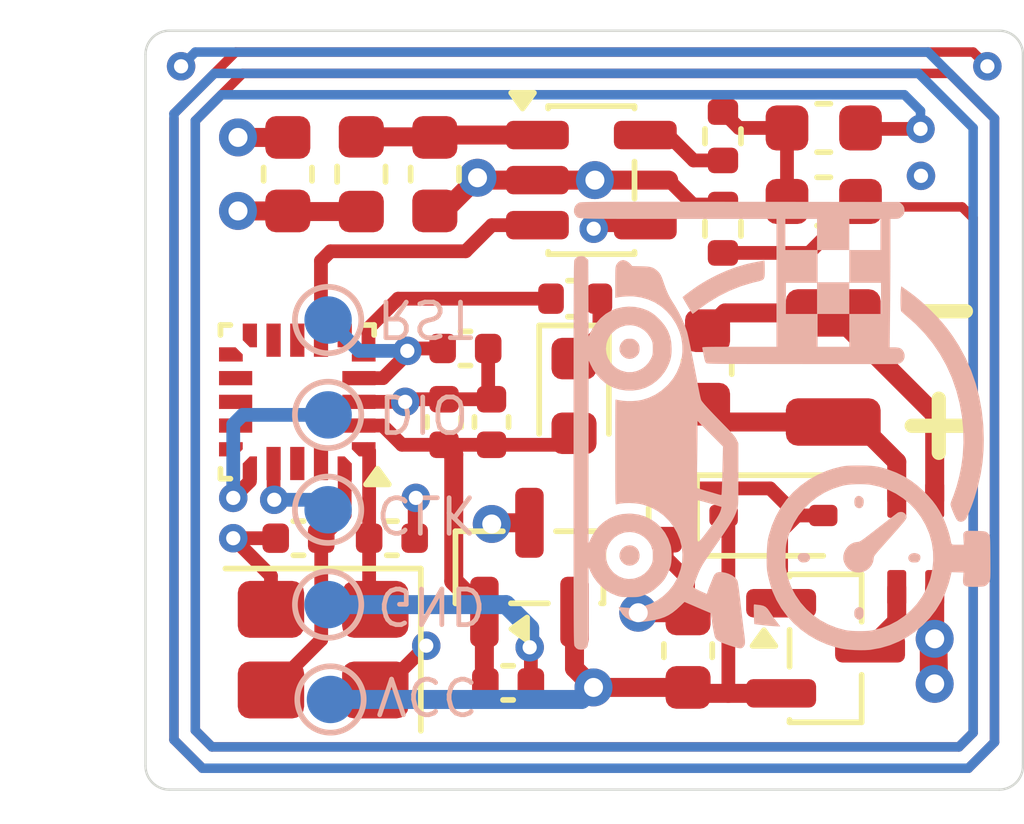
<source format=kicad_pcb>
(kicad_pcb (version 20241229) (generator "pcbnew") (generator_version "9.0")
  (layers (0 "F.Cu" signal) (4 "In1.Cu" power) (6 "In2.Cu" power) (2 "B.Cu" signal) (13 "F.Paste" user) (15 "B.Paste" user) (5 "F.SilkS" user "F.Silkscreen") (7 "B.SilkS" user "B.Silkscreen") (1 "F.Mask" user) (3 "B.Mask" user) (25 "Edge.Cuts" user))
  (net 0 "")
  (net 1 "GND")
  (net 2 "/~{RST}")
  (net 3 "+3.3V")
  (net 4 "/VIN-")
  (net 5 "/VIN+")
  (net 6 "VDDA")
  (net 7 "Net-(U3-OUT)")
  (net 8 "/~{BLINKY}")
  (net 9 "/ANT_IN")
  (net 10 "Net-(U1-PC14)")
  (net 11 "Net-(U1-PC15)")
  (net 12 "/SWDIO")
  (net 13 "/SWCLK")
  (net 23 "Net-(C11-Pad1)")
  (net 24 "/revpol_gate")
  (net 25 "/V_PUSHPULL")
  (net 26 "/VFILT+")
  (net 27 "Net-(D1-K)")
  (net 30 "/ANTENNA_LOOP")
  (footprint "Crystal:Crystal_SMD_3225-4Pin_3.2x2.5mm" (layer "F.Cu") (at 98.245 112.55 180)
    (property "Reference" "Y1" (hide yes))
    (property "Value" "20 MHz")
    (pad "1" smd roundrect (at -1.1 0.85 180) (size 1.4 1.2) (layers "F.Cu" "F.Mask" "F.Paste") (roundrect_rratio 0.208333) (net 11 "Net-(U1-PC15)"))
    (pad "2" smd roundrect (at 1.1 0.85 180) (size 1.4 1.2) (layers "F.Cu" "F.Mask" "F.Paste") (roundrect_rratio 0.208333) (net 1 "GND"))
    (pad "3" smd roundrect (at 1.1 -0.85 180) (size 1.4 1.2) (layers "F.Cu" "F.Mask" "F.Paste") (roundrect_rratio 0.208333) (net 10 "Net-(U1-PC14)"))
    (pad "4" smd roundrect (at -1.1 -0.85 180) (size 1.4 1.2) (layers "F.Cu" "F.Mask" "F.Paste") (roundrect_rratio 0.208333) (net 1 "GND"))
  )
  (footprint "footprints:ACM2012" (layer "F.Cu") (at 110.739 110.321 -90)
    (property "Reference" "FL1" (hide yes))
    (property "Value" "TDK ACM2012")
    (pad "1" smd roundrect (at -0.925 -0.4 270) (size 0.75 0.4) (layers "F.Cu" "F.Mask" "F.Paste") (roundrect_rratio 0.15) (net 4 "/VIN-"))
    (pad "2" smd roundrect (at -0.925 0.4 270) (size 0.75 0.4) (layers "F.Cu" "F.Mask" "F.Paste") (roundrect_rratio 0.15) (net 5 "/VIN+"))
    (pad "3" smd roundrect (at 0.925 0.4 270) (size 0.75 0.4) (layers "F.Cu" "F.Mask" "F.Paste") (roundrect_rratio 0.15) (net 26 "/VFILT+"))
    (pad "4" smd roundrect (at 0.925 -0.4 270) (size 0.75 0.4) (layers "F.Cu" "F.Mask" "F.Paste") (roundrect_rratio 0.15) (net 1 "GND"))
  )
  (footprint "Package_TO_SOT_SMD:SOT-23" (layer "F.Cu") (at 108.839 112.521)
    (property "Reference" "Q1" (hide yes))
    (property "Value" "AO3401A")
    (pad "1" smd roundrect (at -0.9375 -0.95) (size 1.475 0.6) (layers "F.Cu" "F.Mask" "F.Paste") (net 24 "/revpol_gate"))
    (pad "2" smd roundrect (at -0.9375 0.95) (size 1.475 0.6) (layers "F.Cu" "F.Mask" "F.Paste") (net 6 "VDDA"))
    (pad "3" smd roundrect (at 0.9375 0) (size 1.475 0.6) (layers "F.Cu" "F.Mask" "F.Paste") (net 26 "/VFILT+"))
  )
  (footprint "Capacitor_SMD:C_0402_1005Metric" (layer "F.Cu") (at 102.145 113.25)
    (property "Reference" "C9" (hide yes))
    (property "Value" "10u")
    (pad "1" smd roundrect (at -0.48 0) (size 0.56 0.62) (layers "F.Cu" "F.Mask" "F.Paste") (net 3 "+3.3V"))
    (pad "2" smd roundrect (at 0.48 0) (size 0.56 0.62) (layers "F.Cu" "F.Mask" "F.Paste") (net 1 "GND"))
  )
  (footprint "Connector_Wire:SolderWirePad_1x01_SMD_1x2mm" (layer "F.Cu") (at 109 105.45 90)
    (property "Reference" "J2" (hide yes))
    (property "Value" "V-")
    (pad "1" smd roundrect (at 0 0 90) (size 1 2) (layers "F.Cu" "F.Mask") (net 4 "/VIN-"))
  )
  (footprint "Capacitor_SMD:C_0402_1005Metric" (layer "F.Cu") (at 101.245 106.2)
    (property "Reference" "C2" (hide yes))
    (property "Value" "100n")
    (pad "1" smd roundrect (at -0.48 0) (size 0.56 0.62) (layers "F.Cu" "F.Mask" "F.Paste") (net 2 "/~{RST}"))
    (pad "2" smd roundrect (at 0.48 0) (size 0.56 0.62) (layers "F.Cu" "F.Mask" "F.Paste") (net 1 "GND"))
  )
  (footprint "Capacitor_SMD:C_0402_1005Metric" (layer "F.Cu") (at 100.795 107.75 -90)
    (property "Reference" "C3" (hide yes))
    (property "Value" "100n")
    (pad "1" smd roundrect (at -0.48 0 270) (size 0.56 0.62) (layers "F.Cu" "F.Mask" "F.Paste") (net 1 "GND"))
    (pad "2" smd roundrect (at 0.48 0 270) (size 0.56 0.62) (layers "F.Cu" "F.Mask" "F.Paste") (net 3 "+3.3V"))
  )
  (footprint "Capacitor_SMD:C_0402_1005Metric" (layer "F.Cu") (at 99.695 110.2 180)
    (property "Reference" "C5" (hide yes))
    (property "Value" "20p")
    (pad "1" smd roundrect (at -0.48 0 180) (size 0.56 0.62) (layers "F.Cu" "F.Mask" "F.Paste") (net 1 "GND"))
    (pad "2" smd roundrect (at 0.48 0 180) (size 0.56 0.62) (layers "F.Cu" "F.Mask" "F.Paste") (net 11 "Net-(U1-PC15)"))
  )
  (footprint "Resistor_SMD:R_0402_1005Metric" (layer "F.Cu") (at 103.56 105.15)
    (property "Reference" "R5" (hide yes))
    (property "Value" "220")
    (pad "1" smd roundrect (at -0.51 0) (size 0.54 0.64) (layers "F.Cu" "F.Mask" "F.Paste") (net 8 "/~{BLINKY}"))
    (pad "2" smd roundrect (at 0.51 0) (size 0.54 0.64) (layers "F.Cu" "F.Mask" "F.Paste") (net 27 "Net-(D1-K)"))
  )
  (footprint "Package_TO_SOT_SMD:SOT-23" (layer "F.Cu") (at 102.595 110.8125 90)
    (property "Reference" "U4" (hide yes))
    (property "Value" "TLV760xx")
    (pad "1" smd roundrect (at -0.9375 -0.95 90) (size 1.475 0.6) (layers "F.Cu" "F.Mask" "F.Paste") (net 3 "+3.3V"))
    (pad "2" smd roundrect (at -0.9375 0.95 90) (size 1.475 0.6) (layers "F.Cu" "F.Mask" "F.Paste") (net 6 "VDDA"))
    (pad "3" smd roundrect (at 0.9375 0 90) (size 1.475 0.6) (layers "F.Cu" "F.Mask" "F.Paste") (net 1 "GND"))
  )
  (footprint "Inductor_SMD:L_0603_1608Metric" (layer "F.Cu") (at 99.05 102.525 90)
    (property "Reference" "L1" (hide yes))
    (property "Value" "68n")
    (pad "1" smd roundrect (at -0.7875 0 90) (size 0.875 0.95) (layers "F.Cu" "F.Mask" "F.Paste") (net 6 "VDDA"))
    (pad "2" smd roundrect (at 0.7875 0 90) (size 0.875 0.95) (layers "F.Cu" "F.Mask" "F.Paste") (net 25 "/V_PUSHPULL"))
  )
  (footprint "Diode_SMD:D_SOD-323" (layer "F.Cu") (at 107.739 109.721)
    (property "Reference" "D2" (hide yes))
    (property "Value" "9.1V")
    (pad "1" smd roundrect (at -1.05 0) (size 0.6 0.45) (layers "F.Cu" "F.Mask" "F.Paste") (net 6 "VDDA"))
    (pad "2" smd roundrect (at 1.05 0) (size 0.6 0.45) (layers "F.Cu" "F.Mask" "F.Paste") (net 24 "/revpol_gate"))
  )
  (footprint "Capacitor_SMD:C_0603_1608Metric" (layer "F.Cu") (at 105.939 112.571 90)
    (property "Reference" "C7" (hide yes))
    (property "Value" "4.7u/16V")
    (pad "1" smd roundrect (at -0.775 0 90) (size 0.9 0.95) (layers "F.Cu" "F.Mask" "F.Paste") (net 6 "VDDA"))
    (pad "2" smd roundrect (at 0.775 0 90) (size 0.9 0.95) (layers "F.Cu" "F.Mask" "F.Paste") (net 1 "GND"))
  )
  (footprint "Capacitor_SMD:C_0603_1608Metric" (layer "F.Cu") (at 106.35 106.6 90)
    (property "Reference" "C8" (hide yes))
    (property "Value" "4.7u/16V")
    (pad "1" smd roundrect (at -0.775 0 90) (size 0.9 0.95) (layers "F.Cu" "F.Mask" "F.Paste") (net 5 "/VIN+"))
    (pad "2" smd roundrect (at 0.775 0 90) (size 0.9 0.95) (layers "F.Cu" "F.Mask" "F.Paste") (net 4 "/VIN-"))
  )
  (footprint "Package_TO_SOT_SMD:SOT-23-5" (layer "F.Cu") (at 103.9 102.65)
    (property "Reference" "U3" (hide yes))
    (property "Value" "UCC27517DBV")
    (pad "1" smd roundrect (at -1.1375 -0.95) (size 1.325 0.6) (layers "F.Cu" "F.Mask" "F.Paste") (net 25 "/V_PUSHPULL"))
    (pad "2" smd roundrect (at -1.1375 0) (size 1.325 0.6) (layers "F.Cu" "F.Mask" "F.Paste") (net 1 "GND"))
    (pad "3" smd roundrect (at -1.1375 0.95) (size 1.325 0.6) (layers "F.Cu" "F.Mask" "F.Paste") (net 9 "/ANT_IN"))
    (pad "4" smd roundrect (at 1.1375 0.95) (size 1.325 0.6) (layers "F.Cu" "F.Mask" "F.Paste") (net 1 "GND"))
    (pad "5" smd roundrect (at 1.1375 -0.95) (size 1.325 0.6) (layers "F.Cu" "F.Mask" "F.Paste") (net 7 "Net-(U3-OUT)"))
  )
  (footprint "Capacitor_SMD:C_0603_1608Metric" (layer "F.Cu") (at 97.5 102.525 90)
    (property "Reference" "C10" (hide yes))
    (property "Value" "4.7u/16V")
    (pad "1" smd roundrect (at -0.775 0 90) (size 0.9 0.95) (layers "F.Cu" "F.Mask" "F.Paste") (net 6 "VDDA"))
    (pad "2" smd roundrect (at 0.775 0 90) (size 0.9 0.95) (layers "F.Cu" "F.Mask" "F.Paste") (net 1 "GND"))
  )
  (footprint "Resistor_SMD:R_0402_1005Metric" (layer "F.Cu") (at 106.675 103.675 -90)
    (property "Reference" "R3" (hide yes))
    (property "Value" "0")
    (pad "1" smd roundrect (at -0.51 0 270) (size 0.54 0.64) (layers "F.Cu" "F.Mask" "F.Paste") (net 1 "GND"))
    (pad "2" smd roundrect (at 0.51 0 270) (size 0.54 0.64) (layers "F.Cu" "F.Mask" "F.Paste") (net 30 "/ANTENNA_LOOP"))
  )
  (footprint "Capacitor_SMD:C_0603_1608Metric" (layer "F.Cu") (at 108.8 101.55 180)
    (property "Reference" "C6" (hide yes))
    (property "Value" "470p")
    (pad "1" smd roundrect (at -0.775 0 180) (size 0.9 0.95) (layers "F.Cu" "F.Mask" "F.Paste") (net 30 "/ANTENNA_LOOP"))
    (pad "2" smd roundrect (at 0.775 0 180) (size 0.9 0.95) (layers "F.Cu" "F.Mask" "F.Paste") (net 23 "Net-(C11-Pad1)"))
  )
  (footprint "Capacitor_SMD:C_0603_1608Metric" (layer "F.Cu") (at 100.6 102.525 -90)
    (property "Reference" "C1" (hide yes))
    (property "Value" "4.7u/16V")
    (pad "1" smd roundrect (at -0.775 0 270) (size 0.9 0.95) (layers "F.Cu" "F.Mask" "F.Paste") (net 25 "/V_PUSHPULL"))
    (pad "2" smd roundrect (at 0.775 0 270) (size 0.9 0.95) (layers "F.Cu" "F.Mask" "F.Paste") (net 1 "GND"))
  )
  (footprint "Capacitor_SMD:C_0603_1608Metric" (layer "F.Cu") (at 108.8 103.1)
    (property "Reference" "C11" (hide yes))
    (property "Value" "680p")
    (pad "1" smd roundrect (at -0.775 0) (size 0.9 0.95) (layers "F.Cu" "F.Mask" "F.Paste") (net 23 "Net-(C11-Pad1)"))
    (pad "2" smd roundrect (at 0.775 0) (size 0.9 0.95) (layers "F.Cu" "F.Mask" "F.Paste") (net 30 "/ANTENNA_LOOP"))
  )
  (footprint "Resistor_SMD:R_0402_1005Metric" (layer "F.Cu") (at 106.675 101.725 90)
    (property "Reference" "R2" (hide yes))
    (property "Value" "22")
    (pad "1" smd roundrect (at -0.51 0 90) (size 0.54 0.64) (layers "F.Cu" "F.Mask" "F.Paste") (net 7 "Net-(U3-OUT)"))
    (pad "2" smd roundrect (at 0.51 0 90) (size 0.54 0.64) (layers "F.Cu" "F.Mask" "F.Paste") (net 23 "Net-(C11-Pad1)"))
  )
  (footprint "LED_SMD:LED_0603_1608Metric" (layer "F.Cu") (at 103.535 107.2 -90)
    (property "Reference" "D1" (hide yes))
    (property "Value" "LED")
    (pad "1" smd roundrect (at -0.7875 0 270) (size 0.875 0.95) (layers "F.Cu" "F.Mask" "F.Paste") (net 27 "Net-(D1-K)"))
    (pad "2" smd roundrect (at 0.7875 0 270) (size 0.875 0.95) (layers "F.Cu" "F.Mask" "F.Paste") (net 3 "+3.3V"))
  )
  (footprint "Capacitor_SMD:C_0402_1005Metric" (layer "F.Cu") (at 97.725 110.2)
    (property "Reference" "C4" (hide yes))
    (property "Value" "20p")
    (pad "1" smd roundrect (at -0.48 0) (size 0.56 0.62) (layers "F.Cu" "F.Mask" "F.Paste") (net 1 "GND"))
    (pad "2" smd roundrect (at 0.48 0) (size 0.56 0.62) (layers "F.Cu" "F.Mask" "F.Paste") (net 10 "Net-(U1-PC14)"))
  )
  (footprint "Connector_Wire:SolderWirePad_1x01_SMD_1x2mm" (layer "F.Cu") (at 109 107.75 90)
    (property "Reference" "J1" (hide yes))
    (property "Value" "V+")
    (pad "1" smd roundrect (at 0 0 90) (size 1 2) (layers "F.Cu" "F.Mask") (net 5 "/VIN+"))
  )
  (footprint "Resistor_SMD:R_0402_1005Metric" (layer "F.Cu") (at 105.489 109.721 90)
    (property "Reference" "R1" (hide yes))
    (property "Value" "220")
    (pad "1" smd roundrect (at -0.51 0 90) (size 0.54 0.64) (layers "F.Cu" "F.Mask" "F.Paste") (net 1 "GND"))
    (pad "2" smd roundrect (at 0.51 0 90) (size 0.54 0.64) (layers "F.Cu" "F.Mask" "F.Paste") (net 24 "/revpol_gate"))
  )
  (footprint "Capacitor_SMD:C_0402_1005Metric" (layer "F.Cu") (at 101.795 107.75 90)
    (property "Reference" "C12" (hide yes))
    (property "Value" "10u")
    (pad "1" smd roundrect (at -0.48 0 90) (size 0.56 0.62) (layers "F.Cu" "F.Mask" "F.Paste") (net 3 "+3.3V"))
    (pad "2" smd roundrect (at 0.48 0 90) (size 0.56 0.62) (layers "F.Cu" "F.Mask" "F.Paste") (net 1 "GND"))
  )
  (footprint "Package_DFN_QFN:ST_UFQFPN-20_3x3mm_P0.5mm" (layer "F.Cu") (at 97.7 107.325 180)
    (property "Reference" "U1" (hide yes))
    (property "Value" "STM32C011F4Ux")
    (pad "1" smd custom (at -1.475 -1 180) (size 0.35 0.3) (layers "F.Cu" "F.Mask" "F.Paste") (net 11 "Net-(U1-PC15)") (options (clearance outline) (anchor rect)) (primitives (gr_poly (pts (xy 0.325 0) (xy 0.325 0.15) (xy 0.175 0.15) (xy 0.175 -0.15)) (width 0) (fill yes))))
    (pad "2" smd rect (at -1.3 -0.5 180) (size 0.7 0.3) (layers "F.Cu" "F.Mask" "F.Paste") (net 3 "+3.3V"))
    (pad "3" smd rect (at -1.3 0 180) (size 0.7 0.3) (layers "F.Cu" "F.Mask" "F.Paste") (net 1 "GND"))
    (pad "4" smd rect (at -1.3 0.5 180) (size 0.7 0.3) (layers "F.Cu" "F.Mask" "F.Paste") (net 2 "/~{RST}"))
    (pad "5" smd custom (at -1.475 1 180) (size 0.35 0.3) (layers "F.Cu" "F.Mask" "F.Paste") (net 8 "/~{BLINKY}") (options (clearance outline) (anchor rect)) (primitives (gr_poly (pts (xy 0.325 0) (xy 0.175 0.15) (xy 0.175 -0.15) (xy 0.325 -0.15)) (width 0) (fill yes))))
    (pad "6" smd custom (at -1 1.475 180) (size 0.3 0.35) (layers "F.Cu" "F.Mask" "F.Paste") (options (clearance outline) (anchor rect)) (primitives (gr_poly (pts (xy 0.15 -0.175) (xy -0.15 -0.175) (xy 0 -0.325) (xy 0.15 -0.325)) (width 0) (fill yes))))
    (pad "7" smd rect (at -0.5 1.3 180) (size 0.3 0.7) (layers "F.Cu" "F.Mask" "F.Paste") (net 9 "/ANT_IN"))
    (pad "8" smd rect (at 0 1.3 180) (size 0.3 0.7) (layers "F.Cu" "F.Mask" "F.Paste"))
    (pad "9" smd rect (at 0.5 1.3 180) (size 0.3 0.7) (layers "F.Cu" "F.Mask" "F.Paste"))
    (pad "10" smd custom (at 1 1.475 180) (size 0.3 0.35) (layers "F.Cu" "F.Mask" "F.Paste") (options (clearance outline) (anchor rect)) (primitives (gr_poly (pts (xy 0.15 -0.175) (xy -0.15 -0.175) (xy -0.15 -0.325) (xy 0 -0.325)) (width 0) (fill yes))))
    (pad "11" smd custom (at 1.475 1 180) (size 0.35 0.3) (layers "F.Cu" "F.Mask" "F.Paste") (options (clearance outline) (anchor rect)) (primitives (gr_poly (pts (xy -0.175 0.15) (xy -0.325 0) (xy -0.325 -0.15) (xy -0.175 -0.15)) (width 0) (fill yes))))
    (pad "12" smd rect (at 1.3 0.5 180) (size 0.7 0.3) (layers "F.Cu" "F.Mask" "F.Paste"))
    (pad "13" smd rect (at 1.3 0 180) (size 0.7 0.3) (layers "F.Cu" "F.Mask" "F.Paste"))
    (pad "14" smd rect (at 1.3 -0.5 180) (size 0.7 0.3) (layers "F.Cu" "F.Mask" "F.Paste"))
    (pad "15" smd custom (at 1.475 -1 180) (size 0.35 0.3) (layers "F.Cu" "F.Mask" "F.Paste") (options (clearance outline) (anchor rect)) (primitives (gr_poly (pts (xy -0.175 0.15) (xy -0.325 0.15) (xy -0.325 0) (xy -0.175 -0.15)) (width 0) (fill yes))))
    (pad "16" smd custom (at 1 -1.475 180) (size 0.3 0.35) (layers "F.Cu" "F.Mask" "F.Paste") (net 12 "/SWDIO") (options (clearance outline) (anchor rect)) (primitives (gr_poly (pts (xy 0 0.325) (xy -0.15 0.325) (xy -0.15 0.175) (xy 0.15 0.175)) (width 0) (fill yes))))
    (pad "17" smd rect (at 0.5 -1.3 180) (size 0.3 0.7) (layers "F.Cu" "F.Mask" "F.Paste") (net 13 "/SWCLK"))
    (pad "18" smd rect (at 0 -1.3 180) (size 0.3 0.7) (layers "F.Cu" "F.Mask" "F.Paste"))
    (pad "19" smd rect (at -0.5 -1.3 180) (size 0.3 0.7) (layers "F.Cu" "F.Mask" "F.Paste"))
    (pad "20" smd custom (at -1 -1.475 180) (size 0.3 0.35) (layers "F.Cu" "F.Mask" "F.Paste") (net 10 "Net-(U1-PC14)") (options (clearance outline) (anchor rect)) (primitives (gr_poly (pts (xy 0.15 0.325) (xy 0 0.325) (xy -0.15 0.175) (xy 0.15 0.175)) (width 0) (fill yes))))
  )
  (footprint "footprints:openstint-logo_12x12" (layer "B.Cu") (at 107.85 107.875 90)
    (property "Reference" "G1" (hide yes))
    (property "Value" "SYM_OpenStint" (hide yes))
  )
  (footprint "TestPoint:TestPoint_Pad_D1.0mm" (layer "B.Cu") (at 98.35 105.6)
    (property "Reference" "TP1" (hide yes))
    (property "Value" "TestPoint")
    (pad "1" smd circle (at 0 0) (size 1 1) (layers "B.Cu" "B.Mask") (net 2 "/~{RST}"))
  )
  (footprint "TestPoint:TestPoint_Pad_D1.0mm" (layer "B.Cu") (at 98.35 107.6)
    (property "Reference" "TP2" (hide yes))
    (property "Value" "TestPoint")
    (pad "1" smd circle (at 0 0) (size 1 1) (layers "B.Cu" "B.Mask") (net 12 "/SWDIO"))
  )
  (footprint "TestPoint:TestPoint_Pad_D1.0mm" (layer "B.Cu") (at 98.35 111.6)
    (property "Reference" "TP4" (hide yes))
    (property "Value" "TestPoint")
    (pad "1" smd circle (at 0 0) (size 1 1) (layers "B.Cu" "B.Mask") (net 1 "GND"))
  )
  (footprint "TestPoint:TestPoint_Pad_D1.0mm" (layer "B.Cu") (at 98.35 109.6)
    (property "Reference" "TP5" (hide yes))
    (property "Value" "TestPoint")
    (pad "1" smd circle (at 0 0) (size 1 1) (layers "B.Cu" "B.Mask") (net 13 "/SWCLK"))
  )
  (footprint "TestPoint:TestPoint_Pad_D1.0mm" (layer "B.Cu") (at 98.4 113.6)
    (property "Reference" "TP3" (hide yes))
    (property "Value" "TestPoint")
    (pad "1" smd circle (at 0 0) (size 1 1) (layers "B.Cu" "B.Mask") (net 6 "VDDA"))
  )
  (gr_line (start 111.715 103.215) (end 111.95 103.45) (stroke (width 0.2)) (layer "F.Cu") (net 30))
  (gr_line (start 95.55 101.4) (end 96.55 100.4) (stroke (width 0.2)) (layer "F.Cu") (net 30))
  (gr_line (start 112.4 101.35) (end 111.45 100.4) (stroke (width 0.2)) (layer "F.Cu") (net 30))
  (gr_line (start 111.45 100.4) (end 96.55 100.4) (stroke (width 0.2)) (layer "F.Cu") (net 30))
  (gr_line (start 95.55 114.25) (end 95.9 114.6) (stroke (width 0.2)) (layer "F.Cu") (net 30))
  (gr_line (start 111.95 99.95) (end 112.25 100.25) (stroke (width 0.2)) (layer "F.Cu") (net 30))
  (gr_line (start 111.85 115.05) (end 112.4 114.5) (stroke (width 0.2)) (layer "F.Cu") (net 30))
  (gr_line (start 95.9 114.6) (end 111.65 114.6) (stroke (width 0.2)) (layer "F.Cu") (net 30))
  (gr_line (start 96.4 99.95) (end 111.95 99.95) (stroke (width 0.2)) (layer "F.Cu") (net 30))
  (gr_line (start 111.715 103.215) (end 109.76 103.215) (stroke (width 0.2)) (layer "F.Cu") (net 30))
  (gr_line (start 111.95 114.3) (end 111.95 103.45) (stroke (width 0.2)) (layer "F.Cu") (net 30))
  (gr_line (start 95.1 114.45) (end 95.1 101.35) (stroke (width 0.2)) (layer "F.Cu") (net 30))
  (gr_line (start 95.1 101.25) (end 96.4 99.95) (stroke (width 0.2)) (layer "F.Cu") (net 30))
  (gr_line (start 111.65 114.6) (end 111.95 114.3) (stroke (width 0.2)) (layer "F.Cu") (net 30))
  (gr_line (start 112.4 101.35) (end 112.4 114.5) (stroke (width 0.2)) (layer "F.Cu") (net 30))
  (gr_line (start 95.55 101.4) (end 95.55 114.25) (stroke (width 0.2)) (layer "F.Cu") (net 30))
  (gr_line (start 111.85 115.05) (end 95.7 115.05) (stroke (width 0.2)) (layer "F.Cu") (net 30))
  (gr_line (start 95.1 114.45) (end 95.7 115.05) (stroke (width 0.2)) (layer "F.Cu") (net 30))
  (gr_line (start 95.55 99.95) (end 111 99.95) (stroke (width 0.2)) (layer "B.Cu") (net 30))
  (gr_line (start 95.9 114.6) (end 95.55 114.25) (stroke (width 0.2)) (layer "B.Cu") (net 30))
  (gr_line (start 111.65 114.6) (end 111.95 114.3) (stroke (width 0.2)) (layer "B.Cu") (net 30))
  (gr_line (start 95.1 101.25) (end 95.95 100.4) (stroke (width 0.2)) (layer "B.Cu") (net 30))
  (gr_line (start 111 99.95) (end 112.4 101.35) (stroke (width 0.2)) (layer "B.Cu") (net 30))
  (gr_line (start 110.8 100.4) (end 111.95 101.55) (stroke (width 0.2)) (layer "B.Cu") (net 30))
  (gr_line (start 111.65 114.6) (end 95.9 114.6) (stroke (width 0.2)) (layer "B.Cu") (net 30))
  (gr_line (start 96.1 100.85) (end 110.5 100.85) (stroke (width 0.2)) (layer "B.Cu") (net 30))
  (gr_line (start 95.95 100.4) (end 110.8 100.4) (stroke (width 0.2)) (layer "B.Cu") (net 30))
  (gr_line (start 111.95 101.55) (end 111.95 114.3) (stroke (width 0.2)) (layer "B.Cu") (net 30))
  (gr_line (start 111.85 115.05) (end 95.7 115.05) (stroke (width 0.2)) (layer "B.Cu") (net 30))
  (gr_line (start 110.84 101.19) (end 110.5 100.85) (stroke (width 0.2)) (layer "B.Cu") (net 30))
  (gr_line (start 95.55 101.4) (end 96.1 100.85) (stroke (width 0.2)) (layer "B.Cu") (net 30))
  (gr_line (start 112.4 101.35) (end 112.4 114.5) (stroke (width 0.2)) (layer "B.Cu") (net 30))
  (gr_line (start 110.84 101.56) (end 110.84 101.19) (stroke (width 0.2)) (layer "B.Cu") (net 30))
  (gr_line (start 95.1 114.45) (end 95.1 101.25) (stroke (width 0.2)) (layer "B.Cu") (net 30))
  (gr_line (start 95.55 114.25) (end 95.55 101.4) (stroke (width 0.2)) (layer "B.Cu") (net 30))
  (gr_line (start 95.25 100.25) (end 95.55 99.95) (stroke (width 0.2)) (layer "B.Cu") (net 30))
  (gr_line (start 112.4 114.5) (end 111.85 115.05) (stroke (width 0.2)) (layer "B.Cu") (net 30))
  (gr_line (start 95.7 115.05) (end 95.1 114.45) (stroke (width 0.2)) (layer "B.Cu") (net 30))
  (gr_line (start 95 99.5) (end 112.5 99.5) (stroke (width 0.05)) (layer "Edge.Cuts"))
  (gr_line (start 113 115) (end 113 100) (stroke (width 0.05)) (layer "Edge.Cuts"))
  (gr_arc (start 95 115.5) (mid 94.646447 115.353553) (end 94.5 115) (stroke (width 0.05)) (layer "Edge.Cuts"))
  (gr_line (start 95 115.5) (end 112.5 115.5) (stroke (width 0.05)) (layer "Edge.Cuts"))
  (gr_line (start 94.5 100) (end 94.5 115) (stroke (width 0.05)) (layer "Edge.Cuts"))
  (gr_arc (start 113 115) (mid 112.853553 115.353553) (end 112.5 115.5) (stroke (width 0.05)) (layer "Edge.Cuts"))
  (gr_arc (start 112.5 99.5) (mid 112.853553 99.646447) (end 113 100) (stroke (width 0.05)) (layer "Edge.Cuts"))
  (gr_arc (start 94.5 100) (mid 94.646447 99.646447) (end 95 99.5) (stroke (width 0.05)) (layer "Edge.Cuts"))
  (gr_text "-\n+" (at 110.1 108.6 0) (layer "F.SilkS") (effects (font (size 1.5 1.5) (thickness 0.3) (bold yes)) (justify left bottom)))
  (gr_text "CLK" (at 99.3 109.25 180) (layer "B.SilkS") (effects (font (size 0.75 0.75) (thickness 0.1)) (justify left bottom mirror)))
  (gr_text "RST" (at 99.325 105.125 180) (layer "B.SilkS") (effects (font (size 0.75 0.75) (thickness 0.1)) (justify left bottom mirror)))
  (gr_text "GND" (at 99.325 111.175 180) (layer "B.SilkS") (effects (font (size 0.75 0.75) (thickness 0.1)) (justify left bottom mirror)))
  (gr_text "DIO" (at 99.35 107.125 180) (layer "B.SilkS") (effects (font (size 0.75 0.75) (thickness 0.1)) (justify left bottom mirror)))
  (gr_text "VCC" (at 99.3 113.075 180) (layer "B.SilkS") (effects (font (size 0.75 0.75) (thickness 0.1)) (justify left bottom mirror)))
  (segment (start 101.725 106.2) (end 101.725 107.2) (width 0.29) (layer "F.Cu") (net 1))
  (segment (start 103.975 102.65) (end 105.53 102.65) (width 0.4) (layer "F.Cu") (net 1))
  (segment (start 97.245 110.2) (end 96.35 110.2) (width 0.29) (layer "F.Cu") (net 1))
  (segment (start 105.489 110.231) (end 105.489 110.621) (width 0.29) (layer "F.Cu") (net 1))
  (segment (start 101.825 109.875) (end 101.8 109.9) (width 0.4) (layer "F.Cu") (net 1))
  (segment (start 101.795 107.27) (end 99.975 107.27) (width 0.29) (layer "F.Cu") (net 1))
  (segment (start 111.139 111.246) (end 111.139 112.321) (width 0.4) (layer "F.Cu") (net 1))
  (segment (start 102.625 112.525) (end 102.6 112.5) (width 0.29) (layer "F.Cu") (net 1))
  (segment (start 100.6 103.3) (end 100.8 103.3) (width 0.4) (layer "F.Cu") (net 1))
  (segment (start 106.045 103.165) (end 105.53 102.65) (width 0.29) (layer "F.Cu") (net 1))
  (segment (start 100.175 110.2) (end 100.175 109.375) (width 0.29) (layer "F.Cu") (net 1))
  (segment (start 106.675 103.165) (end 106.045 103.165) (width 0.29) (layer "F.Cu") (net 1))
  (segment (start 105.914 111.771) (end 105.939 111.796) (width 0.4) (layer "F.Cu") (net 1))
  (segment (start 101.725 107.2) (end 101.795 107.27) (width 0.29) (layer "F.Cu") (net 1))
  (segment (start 100.8 103.3) (end 101.5 102.6) (width 0.4) (layer "F.Cu") (net 1))
  (segment (start 99.045 107.325) (end 99.745 107.325) (width 0.29) (layer "F.Cu") (net 1))
  (segment (start 105.489 110.621) (end 105.939 111.071) (width 0.29) (layer "F.Cu") (net 1))
  (segment (start 104.889 111.771) (end 105.914 111.771) (width 0.4) (layer "F.Cu") (net 1))
  (segment (start 105.0375 103.6) (end 104.025 103.6) (width 0.29) (layer "F.Cu") (net 1))
  (segment (start 99.484906 113.4) (end 100.419356 112.46555) (width 0.29) (layer "F.Cu") (net 1))
  (segment (start 97.145 111.7) (end 97.145 110.995) (width 0.29) (layer "F.Cu") (net 1))
  (segment (start 104.025 103.6) (end 103.95 103.675) (width 0.29) (layer "F.Cu") (net 1))
  (segment (start 111.139 112.321) (end 111.139 113.271) (width 0.4) (layer "F.Cu") (net 1))
  (segment (start 102.7625 102.65) (end 103.975 102.65) (width 0.4) (layer "F.Cu") (net 1))
  (segment (start 97.5 101.75) (end 96.45 101.75) (width 0.4) (layer "F.Cu") (net 1))
  (segment (start 100.175 109.375) (end 100.2 109.35) (width 0.29) (layer "F.Cu") (net 1))
  (segment (start 99.345 113.4) (end 99.484906 113.4) (width 0.29) (layer "F.Cu") (net 1))
  (segment (start 102.7625 102.65) (end 101.55 102.65) (width 0.4) (layer "F.Cu") (net 1))
  (segment (start 99.975 107.27) (end 99.945 107.3) (width 0.29) (layer "F.Cu") (net 1))
  (segment (start 97.145 110.995) (end 96.35 110.2) (width 0.29) (layer "F.Cu") (net 1))
  (segment (start 102.625 113.25) (end 102.625 112.525) (width 0.29) (layer "F.Cu") (net 1))
  (segment (start 105.939 111.071) (end 105.939 111.796) (width 0.29) (layer "F.Cu") (net 1))
  (segment (start 102.595 109.875) (end 101.825 109.875) (width 0.4) (layer "F.Cu") (net 1))
  (segment (start 101.55 102.65) (end 101.5 102.6) (width 0.4) (layer "F.Cu") (net 1))
  (via (at 96.35 110.2) (size 0.6) (drill 0.3) (layers "F.Cu" "B.Cu") (net 1))
  (via (at 102.6 112.5) (size 0.6) (drill 0.3) (layers "F.Cu" "B.Cu") (net 1))
  (via (at 103.95 103.675) (size 0.6) (drill 0.3) (layers "F.Cu" "B.Cu") (net 1))
  (via (at 111.139 113.271) (size 0.8) (drill 0.4) (layers "F.Cu" "B.Cu") (net 1))
  (via (at 101.8 109.9) (size 0.8) (drill 0.4) (layers "F.Cu" "B.Cu") (net 1))
  (via (at 96.45 101.75) (size 0.8) (drill 0.4) (layers "F.Cu" "B.Cu") (net 1))
  (via (at 100.2 109.35) (size 0.6) (drill 0.3) (layers "F.Cu" "B.Cu") (net 1))
  (via (at 99.975 107.325) (size 0.6) (drill 0.3) (layers "F.Cu" "B.Cu") (net 1))
  (via (at 100.419356 112.46555) (size 0.6) (drill 0.3) (layers "F.Cu" "B.Cu") (net 1))
  (via (at 111.139 112.321) (size 0.8) (drill 0.4) (layers "F.Cu" "B.Cu") (net 1))
  (via (at 103.975 102.65) (size 0.8) (drill 0.4) (layers "F.Cu" "B.Cu") (net 1))
  (via (at 101.5 102.6) (size 0.8) (drill 0.4) (layers "F.Cu" "B.Cu") (net 1))
  (via (at 104.889 111.771) (size 0.8) (drill 0.4) (layers "F.Cu" "B.Cu") (net 1))
  (segment (start 102.1 111.6) (end 102.6 112.1) (width 0.4) (layer "B.Cu") (net 1))
  (segment (start 98.35 111.6) (end 102.1 111.6) (width 0.4) (layer "B.Cu") (net 1))
  (segment (start 102.6 112.1) (end 102.6 112.5) (width 0.4) (layer "B.Cu") (net 1))
  (segment (start 99 106.825) (end 99.506418 106.825) (width 0.29) (layer "F.Cu") (net 2))
  (segment (start 100.02 106.311418) (end 100.02 106.25) (width 0.29) (layer "F.Cu") (net 2))
  (segment (start 99.506418 106.825) (end 100.02 106.311418) (width 0.29) (layer "F.Cu") (net 2))
  (segment (start 100.765 106.2) (end 100.07 106.2) (width 0.29) (layer "F.Cu") (net 2))
  (segment (start 100.007752 106.25) (end 100.02 106.25) (width 0.2) (layer "F.Cu") (net 2))
  (via (at 100.02 106.25) (size 0.6) (drill 0.3) (layers "F.Cu" "B.Cu") (net 2))
  (segment (start 100.02 106.25) (end 99 106.25) (width 0.29) (layer "B.Cu") (net 2))
  (segment (start 99 106.25) (end 98.35 105.6) (width 0.29) (layer "B.Cu") (net 2))
  (segment (start 100.999 111.104) (end 100.999 108.434) (width 0.4) (layer "F.Cu") (net 3))
  (segment (start 100.999 108.434) (end 100.795 108.23) (width 0.4) (layer "F.Cu") (net 3))
  (segment (start 99.5 107.825) (end 99.905 108.23) (width 0.29) (layer "F.Cu") (net 3))
  (segment (start 103.2925 108.23) (end 103.535 107.9875) (width 0.29) (layer "F.Cu") (net 3))
  (segment (start 101.645 111.75) (end 100.999 111.104) (width 0.4) (layer "F.Cu") (net 3))
  (segment (start 101.795 108.23) (end 103.2925 108.23) (width 0.29) (layer "F.Cu") (net 3))
  (segment (start 101.825 108.26) (end 101.795 108.23) (width 0.29) (layer "F.Cu") (net 3))
  (segment (start 101.645 111.75) (end 101.645 113.23) (width 0.4) (layer "F.Cu") (net 3))
  (segment (start 99.045 107.825) (end 99.5 107.825) (width 0.29) (layer "F.Cu") (net 3))
  (segment (start 101.645 113.23) (end 101.665 113.25) (width 0.4) (layer "F.Cu") (net 3))
  (segment (start 99.905 108.23) (end 101.795 108.23) (width 0.29) (layer "F.Cu") (net 3))
  (segment (start 109 105.45) (end 106.725 105.45) (width 0.4) (layer "F.Cu") (net 4))
  (segment (start 111.139 109.396) (end 111.139 107.589) (width 0.4) (layer "F.Cu") (net 4))
  (segment (start 106.725 105.45) (end 106.35 105.825) (width 0.4) (layer "F.Cu") (net 4))
  (segment (start 109.35 105.45) (end 109.64743 105.45) (width 0.4) (layer "F.Cu") (net 4))
  (segment (start 111.139 107.589) (end 109 105.45) (width 0.4) (layer "F.Cu") (net 4))
  (segment (start 109 107.75) (end 106.725 107.75) (width 0.4) (layer "F.Cu") (net 5))
  (segment (start 109.5 107.75) (end 109 107.75) (width 0.4) (layer "F.Cu") (net 5))
  (segment (start 110.339 109.396) (end 110.339 108.589) (width 0.4) (layer "F.Cu") (net 5))
  (segment (start 110.339 108.589) (end 109.5 107.75) (width 0.4) (layer "F.Cu") (net 5))
  (segment (start 106.725 107.75) (end 106.35 107.375) (width 0.4) (layer "F.Cu") (net 5))
  (segment (start 103.545 112.945) (end 103.946 113.346) (width 0.4) (layer "F.Cu") (net 6))
  (segment (start 106.064 113.471) (end 105.939 113.346) (width 0.4) (layer "F.Cu") (net 6))
  (segment (start 106.789 109.821) (end 106.789 113.471) (width 0.29) (layer "F.Cu") (net 6))
  (segment (start 107.9015 113.471) (end 106.789 113.471) (width 0.4) (layer "F.Cu") (net 6))
  (segment (start 97.5125 103.3125) (end 97.5 103.3) (width 0.4) (layer "F.Cu") (net 6))
  (segment (start 103.545 111.75) (end 103.545 112.945) (width 0.4) (layer "F.Cu") (net 6))
  (segment (start 106.689 109.721) (end 106.789 109.821) (width 0.29) (layer "F.Cu") (net 6))
  (segment (start 99.05 103.3125) (end 97.5125 103.3125) (width 0.4) (layer "F.Cu") (net 6))
  (segment (start 103.946 113.346) (end 105.939 113.346) (width 0.4) (layer "F.Cu") (net 6))
  (segment (start 97.5 103.3) (end 96.45 103.3) (width 0.4) (layer "F.Cu") (net 6))
  (segment (start 106.789 113.471) (end 106.064 113.471) (width 0.4) (layer "F.Cu") (net 6))
  (via (at 96.45 103.3) (size 0.8) (drill 0.4) (layers "F.Cu" "B.Cu") (net 6))
  (via (at 103.946 113.346) (size 0.8) (drill 0.4) (layers "F.Cu" "B.Cu") (net 6))
  (segment (start 98.4 113.6) (end 103.692 113.6) (width 0.4) (layer "B.Cu") (net 6))
  (segment (start 103.692 113.6) (end 103.946 113.346) (width 0.4) (layer "B.Cu") (net 6))
  (segment (start 105.0875 101.75) (end 105.0375 101.7) (width 0.29) (layer "F.Cu") (net 7))
  (segment (start 106.675 102.235) (end 106.055 102.235) (width 0.29) (layer "F.Cu") (net 7))
  (segment (start 106.055 102.235) (end 105.52 101.7) (width 0.29) (layer "F.Cu") (net 7))
  (segment (start 105.52 101.7) (end 105.0375 101.7) (width 0.29) (layer "F.Cu") (net 7))
  (segment (start 99.201 106.299) (end 99.201 105.774) (width 0.29) (layer "F.Cu") (net 8))
  (segment (start 99.825 105.15) (end 103.05 105.15) (width 0.29) (layer "F.Cu") (net 8))
  (segment (start 99.201 105.774) (end 99.825 105.15) (width 0.29) (layer "F.Cu") (net 8))
  (segment (start 99.175 106.325) (end 99.201 106.299) (width 0.29) (layer "F.Cu") (net 8))
  (segment (start 98.4 104.15) (end 98.199 104.351) (width 0.29) (layer "F.Cu") (net 9))
  (segment (start 101.25 104.15) (end 98.4 104.15) (width 0.29) (layer "F.Cu") (net 9))
  (segment (start 102.7625 103.6) (end 101.8 103.6) (width 0.29) (layer "F.Cu") (net 9))
  (segment (start 101.8 103.6) (end 101.25 104.15) (width 0.29) (layer "F.Cu") (net 9))
  (segment (start 98.199 104.351) (end 98.199 106.025) (width 0.29) (layer "F.Cu") (net 9))
  (segment (start 98.7 108.8) (end 98.7 109.705) (width 0.29) (layer "F.Cu") (net 10))
  (segment (start 98.7 109.705) (end 98.205 110.2) (width 0.29) (layer "F.Cu") (net 10))
  (segment (start 98.205 110.2) (end 98.205 112.34) (width 0.29) (layer "F.Cu") (net 10))
  (segment (start 98.205 112.34) (end 97.145 113.4) (width 0.29) (layer "F.Cu") (net 10))
  (segment (start 99.215 111.57) (end 99.345 111.7) (width 0.29) (layer "F.Cu") (net 11))
  (segment (start 99.175 108.325) (end 99.215 108.365) (width 0.29) (layer "F.Cu") (net 11))
  (segment (start 99.215 108.365) (end 99.215 110.2) (width 0.29) (layer "F.Cu") (net 11))
  (segment (start 99.215 110.2) (end 99.215 111.57) (width 0.29) (layer "F.Cu") (net 11))
  (segment (start 96.7 109) (end 96.35 109.35) (width 0.29) (layer "F.Cu") (net 12))
  (segment (start 96.7 108.8) (end 96.7 109) (width 0.29) (layer "F.Cu") (net 12))
  (via (at 96.35 109.35) (size 0.6) (drill 0.3) (layers "F.Cu" "B.Cu") (net 12))
  (segment (start 96.55 107.6) (end 98.35 107.6) (width 0.29) (layer "B.Cu") (net 12))
  (segment (start 96.35 109.35) (end 96.35 107.8) (width 0.29) (layer "B.Cu") (net 12))
  (segment (start 96.35 107.8) (end 96.55 107.6) (width 0.29) (layer "B.Cu") (net 12))
  (segment (start 97.2 108.625) (end 97.2 109.376265) (width 0.29) (layer "F.Cu") (net 13))
  (segment (start 97.2 109.376265) (end 97.213736 109.390001) (width 0.29) (layer "F.Cu") (net 13))
  (via (at 97.213736 109.390001) (size 0.6) (drill 0.3) (layers "F.Cu" "B.Cu") (net 13))
  (segment (start 98.140001 109.390001) (end 98.35 109.6) (width 0.29) (layer "B.Cu") (net 13))
  (segment (start 97.213736 109.390001) (end 98.140001 109.390001) (width 0.29) (layer "B.Cu") (net 13))
  (segment (start 107.01 101.55) (end 106.675 101.215) (width 0.29) (layer "F.Cu") (net 23))
  (segment (start 108.025 101.55) (end 107.01 101.55) (width 0.29) (layer "F.Cu") (net 23))
  (segment (start 108.025 101.55) (end 108.025 103.1) (width 0.29) (layer "F.Cu") (net 23))
  (segment (start 108.239 109.721) (end 107.9015 110.0585) (width 0.29) (layer "F.Cu") (net 24))
  (segment (start 108.789 109.721) (end 108.239 109.721) (width 0.29) (layer "F.Cu") (net 24))
  (segment (start 105.55 109.15) (end 107.668 109.15) (width 0.29) (layer "F.Cu") (net 24))
  (segment (start 105.489 109.211) (end 105.55 109.15) (width 0.29) (layer "F.Cu") (net 24))
  (segment (start 107.668 109.15) (end 108.239 109.721) (width 0.29) (layer "F.Cu") (net 24))
  (segment (start 107.9015 110.0585) (end 107.9015 111.571) (width 0.29) (layer "F.Cu") (net 24))
  (segment (start 99.15 101.6375) (end 99.05 101.7375) (width 0.4) (layer "F.Cu") (net 25))
  (segment (start 99.05 101.7375) (end 100.5875 101.7375) (width 0.4) (layer "F.Cu") (net 25))
  (segment (start 102.7625 101.7) (end 100.65 101.7) (width 0.4) (layer "F.Cu") (net 25))
  (segment (start 100.5875 101.7375) (end 100.6 101.75) (width 0.4) (layer "F.Cu") (net 25))
  (segment (start 100.65 101.7) (end 100.6 101.75) (width 0.4) (layer "F.Cu") (net 25))
  (segment (start 110.339 111.246) (end 110.339 111.9585) (width 0.4) (layer "F.Cu") (net 26))
  (segment (start 110.339 111.9585) (end 109.7765 112.521) (width 0.4) (layer "F.Cu") (net 26))
  (segment (start 104.07 105.8775) (end 103.535 106.4125) (width 0.29) (layer "F.Cu") (net 27))
  (segment (start 104.07 105.15) (end 104.07 105.8775) (width 0.29) (layer "F.Cu") (net 27))
  (segment (start 109.595 101.57) (end 109.575 101.55) (width 0.29) (layer "F.Cu") (net 30))
  (segment (start 106.675 104.185) (end 108.49 104.185) (width 0.29) (layer "F.Cu") (net 30))
  (segment (start 108.49 104.185) (end 109.575 103.1) (width 0.29) (layer "F.Cu") (net 30))
  (segment (start 110.84 101.57) (end 109.595 101.57) (width 0.29) (layer "F.Cu") (net 30))
  (via (at 110.84 101.57) (size 0.6) (drill 0.3) (layers "F.Cu" "B.Cu") (net 30))
  (via (at 110.85 102.56) (size 0.6) (drill 0.3) (layers "F.Cu" "B.Cu") (net 30))
  (via (at 112.25 100.25) (size 0.6) (drill 0.3) (layers "F.Cu" "B.Cu") (net 30))
  (via (at 95.25 100.25) (size 0.6) (drill 0.3) (layers "F.Cu" "B.Cu") (net 30))
  (zone (net 1) (net_name "GND") (layers "F.Cu" "In1.Cu") (connect_pads (clearance 0.2)) (min_thickness 0.25) (fill yes (thermal_gap 0.5) (thermal_bridge_width 0.5) (island_removal_mode 1) (island_area_min 10))
    (polygon (pts (xy 110.825 111.975) (xy 111.4 111.975) (xy 111.425 113.575) (xy 110.825 113.575)))
  )
)
</source>
